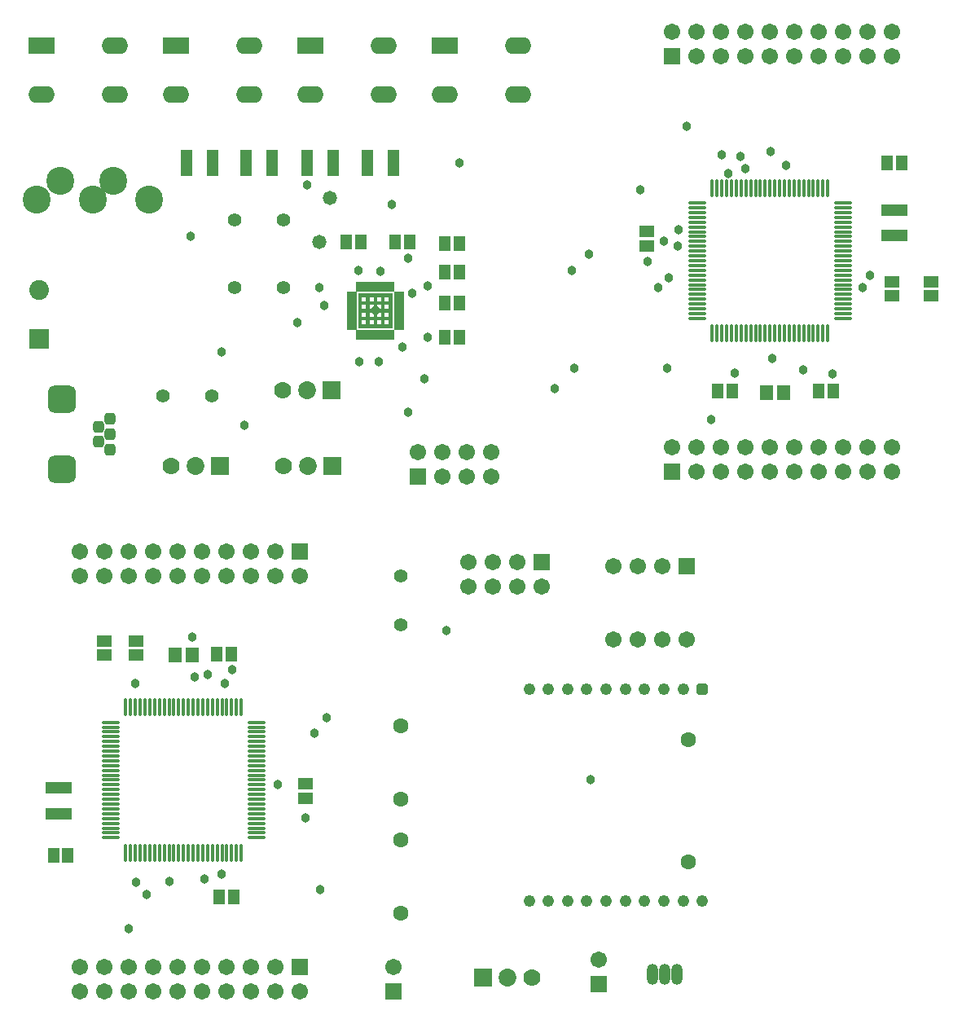
<source format=gts>
G04 Layer_Color=8388736*
%FSLAX25Y25*%
%MOIN*%
G70*
G01*
G75*
%ADD49O,0.01581X0.07290*%
%ADD50O,0.07290X0.01581*%
%ADD51R,0.06312X0.05131*%
%ADD52R,0.05131X0.06312*%
%ADD53R,0.11036X0.05131*%
%ADD54R,0.05131X0.11036*%
%ADD55R,0.05524X0.06312*%
%ADD56R,0.01902X0.04147*%
%ADD57R,0.04147X0.01902*%
%ADD58R,0.00083X0.00083*%
%ADD59C,0.11450*%
%ADD60C,0.05524*%
%ADD61C,0.06706*%
%ADD62R,0.06706X0.06706*%
G04:AMPARAMS|DCode=63|XSize=114.3mil|YSize=114.3mil|CornerRadius=30.58mil|HoleSize=0mil|Usage=FLASHONLY|Rotation=90.000|XOffset=0mil|YOffset=0mil|HoleType=Round|Shape=RoundedRectangle|*
%AMROUNDEDRECTD63*
21,1,0.11430,0.05315,0,0,90.0*
21,1,0.05315,0.11430,0,0,90.0*
1,1,0.06115,0.02658,0.02658*
1,1,0.06115,0.02658,-0.02658*
1,1,0.06115,-0.02658,-0.02658*
1,1,0.06115,-0.02658,0.02658*
%
%ADD63ROUNDEDRECTD63*%
G04:AMPARAMS|DCode=64|XSize=47.37mil|YSize=47.37mil|CornerRadius=13.84mil|HoleSize=0mil|Usage=FLASHONLY|Rotation=90.000|XOffset=0mil|YOffset=0mil|HoleType=Round|Shape=RoundedRectangle|*
%AMROUNDEDRECTD64*
21,1,0.04737,0.01969,0,0,90.0*
21,1,0.01969,0.04737,0,0,90.0*
1,1,0.02769,0.00984,0.00984*
1,1,0.02769,0.00984,-0.00984*
1,1,0.02769,-0.00984,-0.00984*
1,1,0.02769,-0.00984,0.00984*
%
%ADD64ROUNDEDRECTD64*%
%ADD65R,0.07300X0.07300*%
%ADD66C,0.07300*%
%ADD67C,0.07000*%
%ADD68O,0.10800X0.06800*%
%ADD69R,0.10800X0.06800*%
%ADD70C,0.08083*%
%ADD71R,0.08083X0.08083*%
%ADD72C,0.05800*%
%ADD73C,0.03800*%
%ADD74C,0.06312*%
%ADD75R,0.06706X0.06706*%
%ADD76O,0.04737X0.08674*%
%ADD77O,0.04737X0.08674*%
%ADD78C,0.04800*%
G04:AMPARAMS|DCode=79|XSize=48mil|YSize=48mil|CornerRadius=14mil|HoleSize=0mil|Usage=FLASHONLY|Rotation=270.000|XOffset=0mil|YOffset=0mil|HoleType=Round|Shape=RoundedRectangle|*
%AMROUNDEDRECTD79*
21,1,0.04800,0.02000,0,0,270.0*
21,1,0.02000,0.04800,0,0,270.0*
1,1,0.02800,-0.01000,-0.01000*
1,1,0.02800,-0.01000,0.01000*
1,1,0.02800,0.01000,0.01000*
1,1,0.02800,0.01000,-0.01000*
%
%ADD79ROUNDEDRECTD79*%
G36*
X262691Y387752D02*
X258797D01*
Y389403D01*
X262691D01*
Y387752D01*
D02*
G37*
G36*
X243203Y389721D02*
X239309D01*
Y391372D01*
X243203D01*
Y389721D01*
D02*
G37*
G36*
X258041Y398937D02*
Y397363D01*
Y395837D01*
Y394263D01*
Y392737D01*
Y391163D01*
Y389637D01*
Y388063D01*
Y386459D01*
X243959D01*
Y388063D01*
Y389637D01*
Y391163D01*
Y392737D01*
Y394263D01*
Y395837D01*
Y397363D01*
Y398937D01*
Y400541D01*
X258041D01*
Y398937D01*
D02*
G37*
G36*
X243203Y387752D02*
X239309D01*
Y389403D01*
X243203D01*
Y387752D01*
D02*
G37*
G36*
X262691Y389721D02*
X258797D01*
Y391372D01*
X262691D01*
Y389721D01*
D02*
G37*
G36*
X243203Y393659D02*
X239309D01*
Y395310D01*
X243203D01*
Y393659D01*
D02*
G37*
G36*
X262691D02*
X258797D01*
Y395310D01*
X262691D01*
Y393659D01*
D02*
G37*
G36*
X243203Y391690D02*
X239309D01*
Y393341D01*
X243203D01*
Y391690D01*
D02*
G37*
G36*
X262691D02*
X258797D01*
Y393341D01*
X262691D01*
Y391690D01*
D02*
G37*
G36*
Y385783D02*
X258797D01*
Y387434D01*
X262691D01*
Y385783D01*
D02*
G37*
G36*
X248872Y381809D02*
X247222D01*
Y385703D01*
X248872D01*
Y381809D01*
D02*
G37*
G36*
X250841D02*
X249191D01*
Y385703D01*
X250841D01*
Y381809D01*
D02*
G37*
G36*
X244935D02*
X243285D01*
Y385703D01*
X244935D01*
Y381809D01*
D02*
G37*
G36*
X246904D02*
X245254D01*
Y385703D01*
X246904D01*
Y381809D01*
D02*
G37*
G36*
X252809D02*
X251159D01*
Y385703D01*
X252809D01*
Y381809D01*
D02*
G37*
G36*
X258715D02*
X257065D01*
Y385703D01*
X258715D01*
Y381809D01*
D02*
G37*
G36*
X243203Y385783D02*
X239309D01*
Y387434D01*
X243203D01*
Y385783D01*
D02*
G37*
G36*
X254778Y381809D02*
X253128D01*
Y385703D01*
X254778D01*
Y381809D01*
D02*
G37*
G36*
X256746D02*
X255096D01*
Y385703D01*
X256746D01*
Y381809D01*
D02*
G37*
G36*
X244935Y401297D02*
X243285D01*
Y405191D01*
X244935D01*
Y401297D01*
D02*
G37*
G36*
X246904D02*
X245254D01*
Y405191D01*
X246904D01*
Y401297D01*
D02*
G37*
G36*
X248872D02*
X247222D01*
Y405191D01*
X248872D01*
Y401297D01*
D02*
G37*
G36*
X262691Y399566D02*
X258797D01*
Y401217D01*
X262691D01*
Y399566D01*
D02*
G37*
G36*
X243203Y397597D02*
X239309D01*
Y399248D01*
X243203D01*
Y397597D01*
D02*
G37*
G36*
X262691D02*
X258797D01*
Y399248D01*
X262691D01*
Y397597D01*
D02*
G37*
G36*
X243203Y399566D02*
X239309D01*
Y401217D01*
X243203D01*
Y399566D01*
D02*
G37*
G36*
X254778Y401297D02*
X253128D01*
Y405191D01*
X254778D01*
Y401297D01*
D02*
G37*
G36*
X256746D02*
X255096D01*
Y405191D01*
X256746D01*
Y401297D01*
D02*
G37*
G36*
X258715D02*
X257065D01*
Y405191D01*
X258715D01*
Y401297D01*
D02*
G37*
G36*
X252809D02*
X251159D01*
Y405191D01*
X252809D01*
Y401297D01*
D02*
G37*
G36*
X250841D02*
X249191D01*
Y405191D01*
X250841D01*
Y401297D01*
D02*
G37*
G36*
X262691Y395628D02*
X258797D01*
Y397279D01*
X262691D01*
Y395628D01*
D02*
G37*
G36*
X243203D02*
X239309D01*
Y397279D01*
X243203D01*
Y395628D01*
D02*
G37*
%LPC*%
G36*
X247137Y389637D02*
X245563D01*
Y388063D01*
X247137D01*
Y389637D01*
D02*
G37*
G36*
X256437Y398937D02*
X254863D01*
Y397363D01*
X256437D01*
Y398937D01*
D02*
G37*
G36*
X247137D02*
X245563D01*
Y397363D01*
X247137D01*
Y398937D01*
D02*
G37*
G36*
X256437Y392737D02*
X254863D01*
Y391163D01*
X256437D01*
Y392737D01*
D02*
G37*
G36*
X253337D02*
X251763D01*
Y391163D01*
X253337D01*
Y392737D01*
D02*
G37*
G36*
X256437Y395837D02*
X254863D01*
Y394263D01*
X256437D01*
Y395837D01*
D02*
G37*
G36*
X253337D02*
X251763D01*
Y394263D01*
X253337D01*
Y395837D01*
D02*
G37*
G36*
X250237D02*
X248663D01*
Y394263D01*
X250237D01*
Y395837D01*
D02*
G37*
G36*
X247137D02*
X245563D01*
Y394263D01*
X247137D01*
Y395837D01*
D02*
G37*
G36*
X256437Y389637D02*
X254863D01*
Y388063D01*
X256437D01*
Y389637D01*
D02*
G37*
G36*
X253337D02*
X251763D01*
Y388063D01*
X253337D01*
Y389637D01*
D02*
G37*
G36*
X250237D02*
X248663D01*
Y388063D01*
X250237D01*
Y389637D01*
D02*
G37*
G36*
X253337Y398937D02*
X251763D01*
Y397363D01*
X253337D01*
Y398937D01*
D02*
G37*
G36*
X250237Y392737D02*
X248663D01*
Y391163D01*
X250237D01*
Y392737D01*
D02*
G37*
G36*
X247137D02*
X245563D01*
Y391163D01*
X247137D01*
Y392737D01*
D02*
G37*
G36*
X250237Y398937D02*
X248663D01*
Y397363D01*
X250237D01*
Y398937D01*
D02*
G37*
%LPD*%
D49*
X388878Y384177D02*
D03*
X390846D02*
D03*
X392815D02*
D03*
X394783D02*
D03*
X396752D02*
D03*
X398721D02*
D03*
X400689D02*
D03*
X402658D02*
D03*
X404626D02*
D03*
X406595D02*
D03*
X408563D02*
D03*
X410532D02*
D03*
X412500D02*
D03*
X414468D02*
D03*
X416437D02*
D03*
X418405D02*
D03*
X420374D02*
D03*
X422342D02*
D03*
X424311D02*
D03*
X426279D02*
D03*
X428248D02*
D03*
X430217D02*
D03*
X432185D02*
D03*
X434154D02*
D03*
X436122D02*
D03*
Y443823D02*
D03*
X434154D02*
D03*
X432185D02*
D03*
X430217D02*
D03*
X428248D02*
D03*
X426279D02*
D03*
X424311D02*
D03*
X422342D02*
D03*
X420374D02*
D03*
X418405D02*
D03*
X416437D02*
D03*
X414468D02*
D03*
X412500D02*
D03*
X410532D02*
D03*
X408563D02*
D03*
X406595D02*
D03*
X404626D02*
D03*
X402658D02*
D03*
X400689D02*
D03*
X398721D02*
D03*
X396752D02*
D03*
X394783D02*
D03*
X392815D02*
D03*
X390846D02*
D03*
X388878D02*
D03*
X196122Y171677D02*
D03*
X194153D02*
D03*
X192185D02*
D03*
X190217D02*
D03*
X188248D02*
D03*
X186279D02*
D03*
X184311D02*
D03*
X182343D02*
D03*
X180374D02*
D03*
X178405D02*
D03*
X176437D02*
D03*
X174469D02*
D03*
X172500D02*
D03*
X170531D02*
D03*
X168563D02*
D03*
X166595D02*
D03*
X164626D02*
D03*
X162657D02*
D03*
X160689D02*
D03*
X158721D02*
D03*
X156752D02*
D03*
X154783D02*
D03*
X152815D02*
D03*
X150847D02*
D03*
X148878D02*
D03*
Y231323D02*
D03*
X150847D02*
D03*
X152815D02*
D03*
X154783D02*
D03*
X156752D02*
D03*
X158721D02*
D03*
X160689D02*
D03*
X162657D02*
D03*
X164626D02*
D03*
X166595D02*
D03*
X168563D02*
D03*
X170531D02*
D03*
X172500D02*
D03*
X174469D02*
D03*
X176437D02*
D03*
X178405D02*
D03*
X180374D02*
D03*
X182343D02*
D03*
X184311D02*
D03*
X186279D02*
D03*
X188248D02*
D03*
X190217D02*
D03*
X192185D02*
D03*
X194153D02*
D03*
X196122D02*
D03*
D50*
X442323Y390378D02*
D03*
Y392347D02*
D03*
Y394315D02*
D03*
Y396284D02*
D03*
Y398252D02*
D03*
Y400220D02*
D03*
Y402189D02*
D03*
Y404157D02*
D03*
Y406126D02*
D03*
Y408095D02*
D03*
Y410063D02*
D03*
Y412032D02*
D03*
Y414000D02*
D03*
Y415969D02*
D03*
Y417937D02*
D03*
Y419906D02*
D03*
Y421874D02*
D03*
Y423842D02*
D03*
Y425811D02*
D03*
Y427779D02*
D03*
Y429748D02*
D03*
Y431716D02*
D03*
Y433685D02*
D03*
Y435653D02*
D03*
Y437622D02*
D03*
X382677D02*
D03*
Y435653D02*
D03*
Y433685D02*
D03*
Y431716D02*
D03*
Y429748D02*
D03*
Y427779D02*
D03*
Y425811D02*
D03*
Y423842D02*
D03*
Y421874D02*
D03*
Y419906D02*
D03*
Y417937D02*
D03*
Y415969D02*
D03*
Y414000D02*
D03*
Y412032D02*
D03*
Y410063D02*
D03*
Y408095D02*
D03*
Y406126D02*
D03*
Y404157D02*
D03*
Y402189D02*
D03*
Y400220D02*
D03*
Y398252D02*
D03*
Y396284D02*
D03*
Y394315D02*
D03*
Y392347D02*
D03*
Y390378D02*
D03*
X202323Y225122D02*
D03*
Y223153D02*
D03*
Y221185D02*
D03*
Y219216D02*
D03*
Y217248D02*
D03*
Y215280D02*
D03*
Y213311D02*
D03*
Y211343D02*
D03*
Y209374D02*
D03*
Y207405D02*
D03*
Y205437D02*
D03*
Y203468D02*
D03*
Y201500D02*
D03*
Y199531D02*
D03*
Y197563D02*
D03*
Y195595D02*
D03*
Y193626D02*
D03*
Y191657D02*
D03*
Y189689D02*
D03*
Y187721D02*
D03*
Y185752D02*
D03*
Y183783D02*
D03*
Y181815D02*
D03*
Y179847D02*
D03*
Y177878D02*
D03*
X142677D02*
D03*
Y179847D02*
D03*
Y181815D02*
D03*
Y183783D02*
D03*
Y185752D02*
D03*
Y187721D02*
D03*
Y189689D02*
D03*
Y191657D02*
D03*
Y193626D02*
D03*
Y195595D02*
D03*
Y197563D02*
D03*
Y199531D02*
D03*
Y201500D02*
D03*
Y203468D02*
D03*
Y205437D02*
D03*
Y207405D02*
D03*
Y209374D02*
D03*
Y211343D02*
D03*
Y213311D02*
D03*
Y215280D02*
D03*
Y217248D02*
D03*
Y219216D02*
D03*
Y221185D02*
D03*
Y223153D02*
D03*
Y225122D02*
D03*
D51*
X362000Y425953D02*
D03*
Y420047D02*
D03*
X478500Y405453D02*
D03*
Y399547D02*
D03*
X462500Y399547D02*
D03*
Y405453D02*
D03*
X153000Y252547D02*
D03*
Y258453D02*
D03*
X140000D02*
D03*
Y252547D02*
D03*
X222500Y199953D02*
D03*
Y194047D02*
D03*
D52*
X466453Y454000D02*
D03*
X460547D02*
D03*
X279547Y382500D02*
D03*
X285453D02*
D03*
X279547Y396500D02*
D03*
X285453D02*
D03*
X239047Y421811D02*
D03*
X244953D02*
D03*
X264953Y421500D02*
D03*
X259047D02*
D03*
X279547Y421000D02*
D03*
X285453D02*
D03*
X279547Y409200D02*
D03*
X285453D02*
D03*
X396953Y360500D02*
D03*
X391047D02*
D03*
X432547Y360500D02*
D03*
X438453D02*
D03*
X193000Y153500D02*
D03*
X187094D02*
D03*
X125205Y170500D02*
D03*
X119299D02*
D03*
X186000Y253000D02*
D03*
X191905D02*
D03*
D53*
X463500Y424185D02*
D03*
Y434815D02*
D03*
X121500Y187685D02*
D03*
Y198315D02*
D03*
D54*
X258315Y454000D02*
D03*
X247685D02*
D03*
X208815D02*
D03*
X198185D02*
D03*
X184315D02*
D03*
X173685D02*
D03*
X223185Y454000D02*
D03*
X233815D02*
D03*
D55*
X418012Y360000D02*
D03*
X410925D02*
D03*
X168957Y252500D02*
D03*
X176043D02*
D03*
D56*
X244110Y383756D02*
D03*
X246079D02*
D03*
X248047D02*
D03*
X250016D02*
D03*
X251984D02*
D03*
X253953D02*
D03*
X255921D02*
D03*
X257890D02*
D03*
Y403244D02*
D03*
X255921D02*
D03*
X253953D02*
D03*
X251984D02*
D03*
X250016D02*
D03*
X248047D02*
D03*
X246079D02*
D03*
X244110D02*
D03*
D57*
X260744Y386609D02*
D03*
Y388578D02*
D03*
Y390546D02*
D03*
Y392515D02*
D03*
Y394484D02*
D03*
Y396453D02*
D03*
Y398423D02*
D03*
Y400391D02*
D03*
X241256D02*
D03*
Y398423D02*
D03*
Y396453D02*
D03*
Y394484D02*
D03*
Y392515D02*
D03*
Y390546D02*
D03*
Y388578D02*
D03*
Y386609D02*
D03*
D58*
X251000Y393500D02*
D03*
D59*
X143900Y446700D02*
D03*
X122100D02*
D03*
X135500Y439000D02*
D03*
X158500D02*
D03*
X112500D02*
D03*
D60*
X164000Y358500D02*
D03*
X184000D02*
D03*
X213500Y430500D02*
D03*
X193500D02*
D03*
X213500Y403000D02*
D03*
X193500D02*
D03*
X261500Y265000D02*
D03*
Y285000D02*
D03*
D61*
X298500Y335500D02*
D03*
Y325500D02*
D03*
X288500Y335500D02*
D03*
Y325500D02*
D03*
X278500Y335500D02*
D03*
Y325500D02*
D03*
X268500Y335500D02*
D03*
X462500Y507500D02*
D03*
X452500D02*
D03*
X442500D02*
D03*
X432500D02*
D03*
X422500D02*
D03*
X412500D02*
D03*
X402500D02*
D03*
X392500D02*
D03*
X382500D02*
D03*
X372500D02*
D03*
X462500Y497500D02*
D03*
X452500D02*
D03*
X442500D02*
D03*
X432500D02*
D03*
X422500D02*
D03*
X412500D02*
D03*
X402500D02*
D03*
X392500D02*
D03*
X382500D02*
D03*
X462500Y337500D02*
D03*
X452500D02*
D03*
X442500D02*
D03*
X432500D02*
D03*
X422500D02*
D03*
X412500D02*
D03*
X402500D02*
D03*
X392500D02*
D03*
X382500D02*
D03*
X372500D02*
D03*
X462500Y327500D02*
D03*
X452500D02*
D03*
X442500D02*
D03*
X432500D02*
D03*
X422500D02*
D03*
X412500D02*
D03*
X402500D02*
D03*
X392500D02*
D03*
X382500D02*
D03*
X210000Y295000D02*
D03*
X200000D02*
D03*
X190000D02*
D03*
X180000D02*
D03*
X170000D02*
D03*
X160000D02*
D03*
X150000D02*
D03*
X140000D02*
D03*
X130000D02*
D03*
X220000Y285000D02*
D03*
X210000D02*
D03*
X200000D02*
D03*
X190000D02*
D03*
X180000D02*
D03*
X170000D02*
D03*
X160000D02*
D03*
X150000D02*
D03*
X140000D02*
D03*
X130000D02*
D03*
X342500Y128000D02*
D03*
X348500Y259000D02*
D03*
X358500D02*
D03*
X368500D02*
D03*
X378500D02*
D03*
X348500Y289000D02*
D03*
X358500D02*
D03*
X368500D02*
D03*
X258500Y125000D02*
D03*
X210000D02*
D03*
X200000D02*
D03*
X190000D02*
D03*
X180000D02*
D03*
X170000D02*
D03*
X160000D02*
D03*
X150000D02*
D03*
X140000D02*
D03*
X130000D02*
D03*
X220000Y115000D02*
D03*
X210000D02*
D03*
X200000D02*
D03*
X190000D02*
D03*
X180000D02*
D03*
X170000D02*
D03*
X160000D02*
D03*
X150000D02*
D03*
X140000D02*
D03*
X130000D02*
D03*
X319000Y280500D02*
D03*
X309000Y290500D02*
D03*
Y280500D02*
D03*
X299000Y290500D02*
D03*
Y280500D02*
D03*
X289000Y290500D02*
D03*
Y280500D02*
D03*
D62*
X268500Y325500D02*
D03*
X372500Y497500D02*
D03*
Y327500D02*
D03*
X220000Y295000D02*
D03*
Y125000D02*
D03*
X319000Y290500D02*
D03*
D63*
X122618Y357370D02*
D03*
Y328630D02*
D03*
D64*
X137776Y346150D02*
D03*
Y339850D02*
D03*
X142500Y336701D02*
D03*
Y349299D02*
D03*
Y343000D02*
D03*
D65*
X187500Y330000D02*
D03*
X233000Y361000D02*
D03*
X233500Y330000D02*
D03*
X295000Y120500D02*
D03*
D66*
X177500Y330000D02*
D03*
X223000Y361000D02*
D03*
X223500Y330000D02*
D03*
X305000Y120500D02*
D03*
D67*
X167500Y330000D02*
D03*
X213000Y361000D02*
D03*
X213500Y330000D02*
D03*
X315000Y120500D02*
D03*
D68*
X279500Y482000D02*
D03*
X309500D02*
D03*
Y502000D02*
D03*
X224500Y482000D02*
D03*
X254500D02*
D03*
Y502000D02*
D03*
X169500Y482000D02*
D03*
X199500D02*
D03*
Y502000D02*
D03*
X114500Y482000D02*
D03*
X144500D02*
D03*
Y502000D02*
D03*
D69*
X279500D02*
D03*
X224500D02*
D03*
X169500D02*
D03*
X114500D02*
D03*
D70*
X113500Y402000D02*
D03*
D71*
Y382000D02*
D03*
D72*
X232500Y439500D02*
D03*
X228000Y421500D02*
D03*
D73*
Y403000D02*
D03*
X264500Y415000D02*
D03*
X253200Y409500D02*
D03*
X272500Y382500D02*
D03*
X362500Y413500D02*
D03*
X230000Y395500D02*
D03*
X266000Y400500D02*
D03*
X244110Y410110D02*
D03*
X272500Y403500D02*
D03*
X219000Y388500D02*
D03*
X188000Y376500D02*
D03*
X197500Y346500D02*
D03*
X453406Y408095D02*
D03*
X450500Y403000D02*
D03*
X413500Y374000D02*
D03*
X398000Y368000D02*
D03*
X426000Y369280D02*
D03*
X438000Y367500D02*
D03*
X388500Y349000D02*
D03*
X402500Y451500D02*
D03*
X324500Y361500D02*
D03*
X359500Y443000D02*
D03*
X271000Y365500D02*
D03*
X264500Y352000D02*
D03*
X252500Y372500D02*
D03*
X244500D02*
D03*
X262000Y378500D02*
D03*
X368923Y422000D02*
D03*
X332500Y370000D02*
D03*
X370500D02*
D03*
X412778Y458778D02*
D03*
X419000Y453000D02*
D03*
X338500Y416500D02*
D03*
X285500Y454000D02*
D03*
X366685Y403000D02*
D03*
X371000Y407000D02*
D03*
X331500Y410000D02*
D03*
X223000Y445000D02*
D03*
X378500Y469000D02*
D03*
X400500Y456500D02*
D03*
X392815Y457315D02*
D03*
X257862Y437000D02*
D03*
X175500Y424000D02*
D03*
X395500Y449500D02*
D03*
X374850Y420047D02*
D03*
X375000Y426500D02*
D03*
X251000Y393500D02*
D03*
X192500Y246500D02*
D03*
X188000Y163000D02*
D03*
X181000Y161000D02*
D03*
X176969Y243500D02*
D03*
X176000Y260000D02*
D03*
X189500Y241000D02*
D03*
X182343Y244500D02*
D03*
X152815Y241000D02*
D03*
X153000Y159500D02*
D03*
X157500Y154500D02*
D03*
X166595Y160000D02*
D03*
X150000Y140500D02*
D03*
X280000Y262500D02*
D03*
X222500Y186000D02*
D03*
X226000Y220500D02*
D03*
X211000Y199500D02*
D03*
X231000Y227000D02*
D03*
X339000Y201500D02*
D03*
X228500Y156500D02*
D03*
D74*
X261500Y223500D02*
D03*
Y193500D02*
D03*
Y147000D02*
D03*
Y177000D02*
D03*
X379000Y168000D02*
D03*
Y218000D02*
D03*
D75*
X342500Y118000D02*
D03*
X378500Y289000D02*
D03*
X258500Y115000D02*
D03*
D76*
X374500Y122000D02*
D03*
X364500D02*
D03*
D77*
X369500D02*
D03*
D78*
X384791Y151886D02*
D03*
X376917D02*
D03*
X369043D02*
D03*
X361169D02*
D03*
X353295D02*
D03*
X345421D02*
D03*
X337547D02*
D03*
X329673D02*
D03*
X321799D02*
D03*
X313925D02*
D03*
Y238500D02*
D03*
X321799D02*
D03*
X329673D02*
D03*
X337547D02*
D03*
X345421D02*
D03*
X353295D02*
D03*
X361169D02*
D03*
X369043D02*
D03*
X376917D02*
D03*
D79*
X384791D02*
D03*
M02*

</source>
